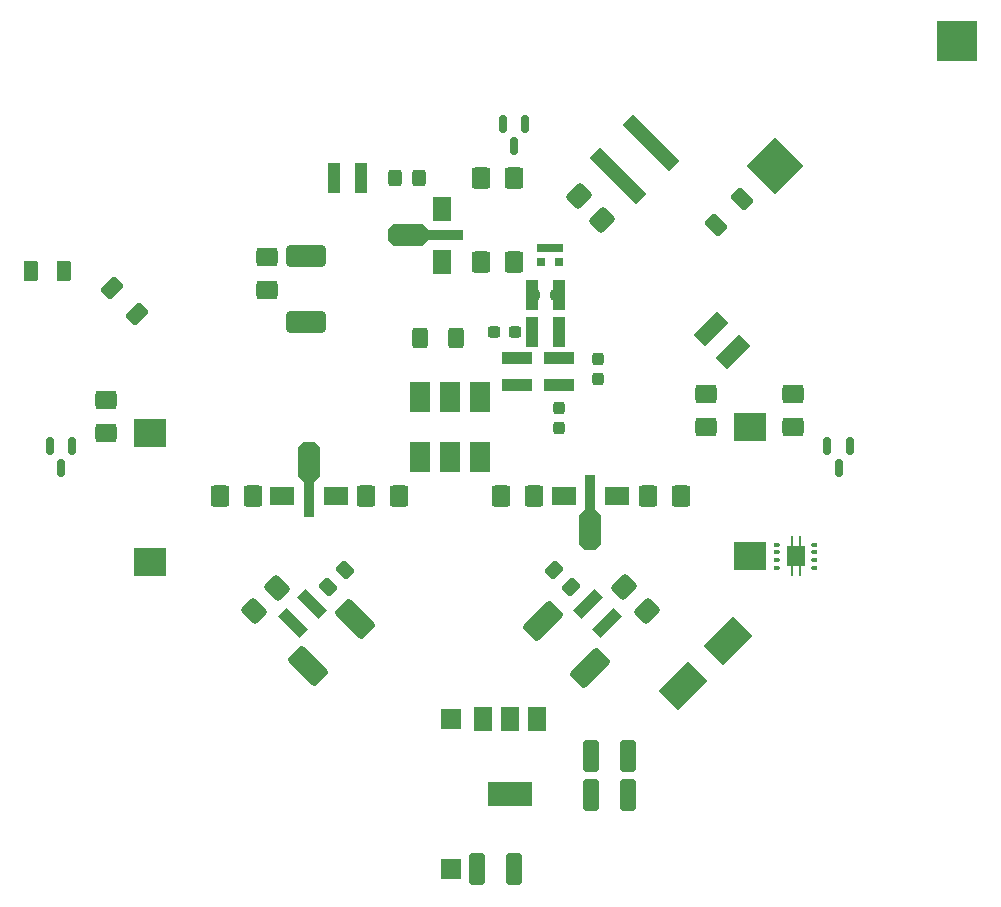
<source format=gbr>
G04 #@! TF.GenerationSoftware,KiCad,Pcbnew,6.0.4-6f826c9f35~116~ubuntu20.04.1*
G04 #@! TF.CreationDate,2022-04-14T13:24:01-04:00*
G04 #@! TF.ProjectId,LWA Balun 2020,4c574120-4261-46c7-956e-20323032302e,rev?*
G04 #@! TF.SameCoordinates,Original*
G04 #@! TF.FileFunction,Paste,Top*
G04 #@! TF.FilePolarity,Positive*
%FSLAX46Y46*%
G04 Gerber Fmt 4.6, Leading zero omitted, Abs format (unit mm)*
G04 Created by KiCad (PCBNEW 6.0.4-6f826c9f35~116~ubuntu20.04.1) date 2022-04-14 13:24:01*
%MOMM*%
%LPD*%
G01*
G04 APERTURE LIST*
G04 Aperture macros list*
%AMRoundRect*
0 Rectangle with rounded corners*
0 $1 Rounding radius*
0 $2 $3 $4 $5 $6 $7 $8 $9 X,Y pos of 4 corners*
0 Add a 4 corners polygon primitive as box body*
4,1,4,$2,$3,$4,$5,$6,$7,$8,$9,$2,$3,0*
0 Add four circle primitives for the rounded corners*
1,1,$1+$1,$2,$3*
1,1,$1+$1,$4,$5*
1,1,$1+$1,$6,$7*
1,1,$1+$1,$8,$9*
0 Add four rect primitives between the rounded corners*
20,1,$1+$1,$2,$3,$4,$5,0*
20,1,$1+$1,$4,$5,$6,$7,0*
20,1,$1+$1,$6,$7,$8,$9,0*
20,1,$1+$1,$8,$9,$2,$3,0*%
%AMRotRect*
0 Rectangle, with rotation*
0 The origin of the aperture is its center*
0 $1 length*
0 $2 width*
0 $3 Rotation angle, in degrees counterclockwise*
0 Add horizontal line*
21,1,$1,$2,0,0,$3*%
%AMFreePoly0*
4,1,11,0.952500,4.102100,0.952500,1.676400,0.457200,1.181100,0.457200,-1.816100,-0.457200,-1.816100,-0.457200,1.181100,-0.952500,1.676400,-0.952500,4.102100,-0.457200,4.597400,0.457200,4.597400,0.952500,4.102100,0.952500,4.102100,$1*%
G04 Aperture macros list end*
%ADD10RotRect,3.500000X2.300000X45.000000*%
%ADD11RoundRect,0.250000X-0.375000X-0.625000X0.375000X-0.625000X0.375000X0.625000X-0.375000X0.625000X0*%
%ADD12RoundRect,0.250000X0.548008X0.088388X0.088388X0.548008X-0.548008X-0.088388X-0.088388X-0.548008X0*%
%ADD13R,1.651000X2.540000*%
%ADD14RotRect,1.016000X2.540000X45.000000*%
%ADD15RotRect,1.016000X2.540000X135.000000*%
%ADD16R,3.450001X3.450001*%
%ADD17R,2.159000X1.600200*%
%ADD18FreePoly0,0.000000*%
%ADD19R,1.600200X2.159000*%
%ADD20FreePoly0,90.000000*%
%ADD21R,2.794000X2.438400*%
%ADD22R,1.016000X2.540000*%
%ADD23RoundRect,0.250000X-0.325000X-0.450000X0.325000X-0.450000X0.325000X0.450000X-0.325000X0.450000X0*%
%ADD24RotRect,1.397000X2.794000X315.000000*%
%ADD25RotRect,1.270000X5.588000X225.000000*%
%ADD26RotRect,1.270000X5.588000X45.000000*%
%ADD27RoundRect,0.250000X0.088388X-0.548008X0.548008X-0.088388X-0.088388X0.548008X-0.548008X0.088388X0*%
%ADD28RoundRect,0.280000X-0.070711X0.806102X-0.806102X0.070711X0.070711X-0.806102X0.806102X-0.070711X0*%
%ADD29RoundRect,0.280000X-0.806102X-0.070711X-0.070711X-0.806102X0.806102X0.070711X0.070711X0.806102X0*%
%ADD30RoundRect,0.280000X0.520000X0.620000X-0.520000X0.620000X-0.520000X-0.620000X0.520000X-0.620000X0*%
%ADD31RoundRect,0.280000X-0.520000X-0.620000X0.520000X-0.620000X0.520000X0.620000X-0.520000X0.620000X0*%
%ADD32RoundRect,0.280000X0.620000X-0.520000X0.620000X0.520000X-0.620000X0.520000X-0.620000X-0.520000X0*%
%ADD33RoundRect,0.280000X-0.620000X0.520000X-0.620000X-0.520000X0.620000X-0.520000X0.620000X0.520000X0*%
%ADD34RoundRect,0.295200X-0.548008X1.403324X-1.403324X0.548008X0.548008X-1.403324X1.403324X-0.548008X0*%
%ADD35RoundRect,0.295200X1.379800X-0.604800X1.379800X0.604800X-1.379800X0.604800X-1.379800X-0.604800X0*%
%ADD36RoundRect,0.295200X-1.403324X-0.548008X-0.548008X-1.403324X1.403324X0.548008X0.548008X1.403324X0*%
%ADD37R,2.540000X1.016000*%
%ADD38FreePoly0,180.000000*%
%ADD39RoundRect,0.280000X0.806102X0.070711X0.070711X0.806102X-0.806102X-0.070711X-0.070711X-0.806102X0*%
%ADD40RoundRect,0.237500X0.237500X-0.300000X0.237500X0.300000X-0.237500X0.300000X-0.237500X-0.300000X0*%
%ADD41RoundRect,0.237500X-0.300000X-0.237500X0.300000X-0.237500X0.300000X0.237500X-0.300000X0.237500X0*%
%ADD42RoundRect,0.250000X0.400000X0.625000X-0.400000X0.625000X-0.400000X-0.625000X0.400000X-0.625000X0*%
%ADD43R,0.800000X0.700000*%
%ADD44R,2.300000X0.700000*%
%ADD45RoundRect,0.150000X-0.150000X0.587500X-0.150000X-0.587500X0.150000X-0.587500X0.150000X0.587500X0*%
%ADD46RoundRect,0.250000X0.159099X-0.724784X0.724784X-0.159099X-0.159099X0.724784X-0.724784X0.159099X0*%
%ADD47RotRect,3.450001X3.450001X45.000000*%
%ADD48RoundRect,0.237500X-0.250000X-0.237500X0.250000X-0.237500X0.250000X0.237500X-0.250000X0.237500X0*%
%ADD49RoundRect,0.250000X0.412500X1.100000X-0.412500X1.100000X-0.412500X-1.100000X0.412500X-1.100000X0*%
%ADD50R,1.500000X2.000000*%
%ADD51R,3.800000X2.000000*%
%ADD52R,1.778000X1.778000*%
%ADD53O,0.550000X0.300000*%
%ADD54R,0.200000X0.300000*%
%ADD55R,0.230000X0.825000*%
%ADD56R,1.500000X1.750000*%
%ADD57RoundRect,0.250000X0.724784X0.159099X0.159099X0.724784X-0.724784X-0.159099X-0.159099X-0.724784X0*%
G04 APERTURE END LIST*
D10*
G04 #@! TO.C,D1*
X166076514Y-116193696D03*
X169894890Y-112375320D03*
G04 #@! TD*
D11*
G04 #@! TO.C,D8*
X110868000Y-81026000D03*
X113668000Y-81026000D03*
G04 #@! TD*
D12*
G04 #@! TO.C,FB2*
X156589138Y-107821138D03*
X155139570Y-106371570D03*
G04 #@! TD*
D13*
G04 #@! TO.C,H1*
X148844000Y-91694000D03*
X146304000Y-91694000D03*
X143764000Y-91694000D03*
X143764000Y-96774000D03*
X146304000Y-96774000D03*
X148844000Y-96774000D03*
G04 #@! TD*
D14*
G04 #@! TO.C,L1*
X133000730Y-110839270D03*
X134617176Y-109222824D03*
G04 #@! TD*
D15*
G04 #@! TO.C,L2*
X159604436Y-110836436D03*
X157987990Y-109219990D03*
G04 #@! TD*
D16*
G04 #@! TO.C,TP2*
X189230000Y-61595000D03*
G04 #@! TD*
D17*
G04 #@! TO.C,U1*
X132130800Y-100076000D03*
D18*
X134391400Y-100076000D03*
D17*
X136652000Y-100076000D03*
G04 #@! TD*
D19*
G04 #@! TO.C,U4*
X145669000Y-80264000D03*
D20*
X145669000Y-78003400D03*
D19*
X145669000Y-75742800D03*
G04 #@! TD*
D21*
G04 #@! TO.C,JP2*
X120904000Y-94764000D03*
X120904000Y-105664000D03*
G04 #@! TD*
D22*
G04 #@! TO.C,L4*
X136521012Y-73152000D03*
X138807012Y-73152000D03*
G04 #@! TD*
D23*
G04 #@! TO.C,FB3*
X141646000Y-73152000D03*
X143696000Y-73152000D03*
G04 #@! TD*
D24*
G04 #@! TO.C,L3*
X168402000Y-85979000D03*
X170287854Y-87864854D03*
G04 #@! TD*
D25*
G04 #@! TO.C,GDT1*
X163329840Y-70223160D03*
D26*
X160528000Y-73025000D03*
G04 #@! TD*
D27*
G04 #@! TO.C,FB1*
X136018862Y-107821138D03*
X137468430Y-106371570D03*
G04 #@! TD*
D28*
G04 #@! TO.C,C2*
X131708770Y-107830640D03*
X129728872Y-109810538D03*
G04 #@! TD*
D29*
G04 #@! TO.C,C3*
X161022982Y-107809982D03*
X163002880Y-109789880D03*
G04 #@! TD*
D30*
G04 #@! TO.C,C5*
X141986000Y-100076000D03*
X139186000Y-100076000D03*
G04 #@! TD*
D31*
G04 #@! TO.C,C6*
X150622000Y-100076000D03*
X153422000Y-100076000D03*
G04 #@! TD*
G04 #@! TO.C,C7*
X163067997Y-100076000D03*
X165867997Y-100076000D03*
G04 #@! TD*
D30*
G04 #@! TO.C,C8*
X151731500Y-73152000D03*
X148931500Y-73152000D03*
G04 #@! TD*
D32*
G04 #@! TO.C,C9*
X130810000Y-82640500D03*
X130810000Y-79840500D03*
G04 #@! TD*
D31*
G04 #@! TO.C,C11*
X148931500Y-80264000D03*
X151731500Y-80264000D03*
G04 #@! TD*
D33*
G04 #@! TO.C,C12*
X168024000Y-91456000D03*
X168024000Y-94256000D03*
G04 #@! TD*
G04 #@! TO.C,C13*
X175384000Y-91456000D03*
X175384000Y-94256000D03*
G04 #@! TD*
G04 #@! TO.C,C15*
X117221000Y-91942000D03*
X117221000Y-94742000D03*
G04 #@! TD*
D34*
G04 #@! TO.C,R1*
X138250898Y-110536712D03*
X134291100Y-114496510D03*
G04 #@! TD*
D35*
G04 #@! TO.C,R6*
X134112000Y-85350000D03*
X134112000Y-79750000D03*
G04 #@! TD*
D36*
G04 #@! TO.C,R2*
X154230102Y-110663712D03*
X158189900Y-114623510D03*
G04 #@! TD*
D37*
G04 #@! TO.C,L6*
X151993600Y-88438810D03*
X151993600Y-90724810D03*
G04 #@! TD*
G04 #@! TO.C,L5*
X155524200Y-90724810D03*
X155524200Y-88438810D03*
G04 #@! TD*
D17*
G04 #@! TO.C,U2*
X160477200Y-100076000D03*
D38*
X158216600Y-100076000D03*
D17*
X155956000Y-100076000D03*
G04 #@! TD*
D30*
G04 #@! TO.C,C4*
X129627500Y-100076000D03*
X126827500Y-100076000D03*
G04 #@! TD*
D39*
G04 #@! TO.C,C19*
X159232600Y-76682600D03*
X157252702Y-74702702D03*
G04 #@! TD*
D40*
G04 #@! TO.C,C14*
X158826200Y-90176310D03*
X158826200Y-88451310D03*
G04 #@! TD*
G04 #@! TO.C,C17*
X155524200Y-94320500D03*
X155524200Y-92595500D03*
G04 #@! TD*
D22*
G04 #@! TO.C,L7*
X155524200Y-86207600D03*
X153238200Y-86207600D03*
G04 #@! TD*
D41*
G04 #@! TO.C,C20*
X150065400Y-86207600D03*
X151790400Y-86207600D03*
G04 #@! TD*
D42*
G04 #@! TO.C,R3*
X146864000Y-86741000D03*
X143764000Y-86741000D03*
G04 #@! TD*
D43*
G04 #@! TO.C,ATT1*
X155524200Y-80264000D03*
X154024200Y-80264000D03*
D44*
X154774200Y-79064000D03*
G04 #@! TD*
D45*
G04 #@! TO.C,D2*
X114329000Y-95852500D03*
X112429000Y-95852500D03*
X113379000Y-97727500D03*
G04 #@! TD*
G04 #@! TO.C,D4*
X180179000Y-95852500D03*
X178279000Y-95852500D03*
X179229000Y-97727500D03*
G04 #@! TD*
G04 #@! TO.C,D3*
X152681500Y-68547500D03*
X150781500Y-68547500D03*
X151731500Y-70422500D03*
G04 #@! TD*
D21*
G04 #@! TO.C,JP1*
X171704000Y-105156000D03*
X171704000Y-94256000D03*
G04 #@! TD*
D46*
G04 #@! TO.C,R4*
X168865805Y-77133195D03*
X171057837Y-74941163D03*
G04 #@! TD*
D47*
G04 #@! TO.C,TP1*
X173862990Y-72136000D03*
G04 #@! TD*
D48*
G04 #@! TO.C,L8*
X153468700Y-83058000D03*
D22*
X153238200Y-83058000D03*
X155524200Y-83058000D03*
D48*
X155293700Y-83058000D03*
G04 #@! TD*
D49*
G04 #@! TO.C,C16*
X151767000Y-131699000D03*
X148642000Y-131699000D03*
G04 #@! TD*
D50*
G04 #@! TO.C,U3*
X153698000Y-118999000D03*
X151398000Y-118999000D03*
D51*
X151398000Y-125299000D03*
D50*
X149098000Y-118999000D03*
G04 #@! TD*
D49*
G04 #@! TO.C,C18*
X161367000Y-125425200D03*
X158242000Y-125425200D03*
G04 #@! TD*
G04 #@! TO.C,C1*
X161367000Y-122113960D03*
X158242000Y-122113960D03*
G04 #@! TD*
D52*
G04 #@! TO.C,R7*
X146431000Y-131699000D03*
X146431000Y-118999000D03*
G04 #@! TD*
D53*
G04 #@! TO.C,U5*
X177151347Y-106147826D03*
D54*
X177351347Y-106147826D03*
X177351347Y-105497826D03*
D53*
X177151347Y-105497826D03*
X177151347Y-104847826D03*
D54*
X177351347Y-104847826D03*
D53*
X177151347Y-104197826D03*
D54*
X177351347Y-104197826D03*
D53*
X174051347Y-104197826D03*
D54*
X173851347Y-104197826D03*
X173851347Y-104847826D03*
D53*
X174051347Y-104847826D03*
D54*
X173851347Y-105497826D03*
D53*
X174051347Y-105497826D03*
X174051347Y-106147826D03*
D54*
X173851347Y-106147826D03*
D55*
X175276347Y-106460326D03*
X175926347Y-106460326D03*
D56*
X175601347Y-105172826D03*
D55*
X175926347Y-103885326D03*
X175276347Y-103885326D03*
G04 #@! TD*
D57*
G04 #@! TO.C,R5*
X119861950Y-84682950D03*
X117669918Y-82490918D03*
G04 #@! TD*
M02*

</source>
